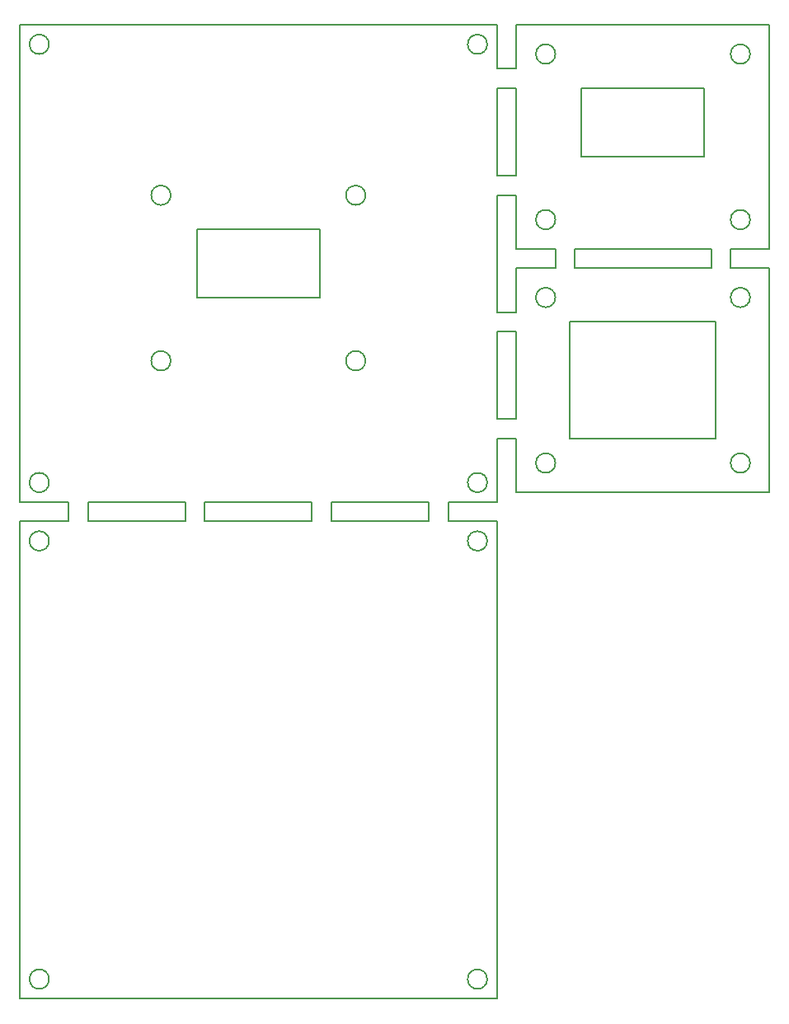
<source format=gm1>
G04 #@! TF.FileFunction,Profile,NP*
%FSLAX46Y46*%
G04 Gerber Fmt 4.6, Leading zero omitted, Abs format (unit mm)*
G04 Created by KiCad (PCBNEW 4.0.7-e2-6376~58~ubuntu17.04.1) date Sat May  5 16:48:04 2018*
%MOMM*%
%LPD*%
G01*
G04 APERTURE LIST*
%ADD10C,0.100000*%
%ADD11C,0.200000*%
%ADD12C,0.150000*%
G04 APERTURE END LIST*
D10*
D11*
X157000000Y-78000000D02*
X172000000Y-78000000D01*
X157000000Y-90000000D02*
X157000000Y-78000000D01*
X172000000Y-90000000D02*
X157000000Y-90000000D01*
X172000000Y-78000000D02*
X172000000Y-90000000D01*
X151500000Y-72500000D02*
X155500000Y-72500000D01*
D12*
X155500000Y-75500000D02*
G75*
G03X155500000Y-75500000I-1000000J0D01*
G01*
D11*
X157500000Y-72500000D02*
X171500000Y-72500000D01*
X177500000Y-72500000D02*
X177500000Y-95500000D01*
D12*
X175500000Y-92500000D02*
G75*
G03X175500000Y-92500000I-1000000J0D01*
G01*
D11*
X173500000Y-72500000D02*
X177500000Y-72500000D01*
D12*
X175500000Y-75500000D02*
G75*
G03X175500000Y-75500000I-1000000J0D01*
G01*
D11*
X151500000Y-77000000D02*
X151500000Y-72500000D01*
X151500000Y-79000000D02*
X151500000Y-88000000D01*
X177500000Y-95500000D02*
X151500000Y-95500000D01*
D12*
X155500000Y-92500000D02*
G75*
G03X155500000Y-92500000I-1000000J0D01*
G01*
D11*
X151500000Y-90000000D02*
X151500000Y-95500000D01*
X151500000Y-88000000D02*
X149500000Y-88000000D01*
X151500000Y-77000000D02*
X149500000Y-77000000D01*
X157500000Y-70500000D02*
X157500000Y-72500000D01*
X173500000Y-72500000D02*
X173500000Y-70500000D01*
X131300000Y-75500000D02*
X118700000Y-75500000D01*
X118700000Y-75500000D02*
X118700000Y-68500000D01*
X118700000Y-68500000D02*
X131300000Y-68500000D01*
X131300000Y-68500000D02*
X131300000Y-75500000D01*
X100500000Y-140500000D02*
X100500000Y-147500000D01*
X100500000Y-128500000D02*
X100500000Y-140500000D01*
X100500000Y-115500000D02*
X100500000Y-128500000D01*
X100500000Y-103500000D02*
X100500000Y-115500000D01*
X105500000Y-96500000D02*
X100500000Y-96500000D01*
X117500000Y-96500000D02*
X107500000Y-96500000D01*
X130500000Y-96500000D02*
X119500000Y-96500000D01*
X142500000Y-96500000D02*
X132500000Y-96500000D01*
X119500000Y-96500000D02*
X119500000Y-98500000D01*
X117500000Y-98500000D02*
X117500000Y-96500000D01*
X130500000Y-96500000D02*
X130500000Y-98500000D01*
X132500000Y-98500000D02*
X132500000Y-96500000D01*
X142500000Y-96500000D02*
X142500000Y-98500000D01*
X144500000Y-96500000D02*
X144500000Y-98500000D01*
X107500000Y-96500000D02*
X107500000Y-98500000D01*
X105500000Y-96500000D02*
X105500000Y-98500000D01*
X132500000Y-98500000D02*
X142500000Y-98500000D01*
X116000000Y-98500000D02*
X117500000Y-98500000D01*
X105000000Y-98500000D02*
X105500000Y-98500000D01*
D12*
X100500000Y-147500000D02*
X149500000Y-147500000D01*
X103500000Y-100500000D02*
G75*
G03X103500000Y-100500000I-1000000J0D01*
G01*
X103500000Y-145500000D02*
G75*
G03X103500000Y-145500000I-1000000J0D01*
G01*
X148500000Y-145500000D02*
G75*
G03X148500000Y-145500000I-1000000J0D01*
G01*
X100500000Y-98500000D02*
X100500000Y-103500000D01*
X149500000Y-147500000D02*
X149500000Y-98500000D01*
D11*
X100500000Y-98500000D02*
X105000000Y-98500000D01*
X107500000Y-98500000D02*
X116000000Y-98500000D01*
D12*
X130500000Y-98500000D02*
X119500000Y-98500000D01*
D11*
X144500000Y-98500000D02*
X149500000Y-98500000D01*
D12*
X148500000Y-100500000D02*
G75*
G03X148500000Y-100500000I-1000000J0D01*
G01*
D11*
X149500000Y-90000000D02*
X149500000Y-96500000D01*
X149500000Y-79000000D02*
X149500000Y-88000000D01*
X177500000Y-70500000D02*
X173500000Y-70500000D01*
X157500000Y-70500000D02*
X171500000Y-70500000D01*
X171500000Y-70500000D02*
X171500000Y-72500000D01*
X155500000Y-72500000D02*
X155500000Y-70500000D01*
X149500000Y-90000000D02*
X151500000Y-90000000D01*
X149500000Y-79000000D02*
X151500000Y-79000000D01*
X151500000Y-65000000D02*
X151500000Y-70500000D01*
X151500000Y-54000000D02*
X151500000Y-63000000D01*
X149500000Y-54000000D02*
X149500000Y-63000000D01*
X149500000Y-47500000D02*
X149500000Y-52000000D01*
X151500000Y-63000000D02*
X149500000Y-63000000D01*
X151500000Y-65000000D02*
X149500000Y-65000000D01*
X149500000Y-54000000D02*
X151500000Y-54000000D01*
X149500000Y-52000000D02*
X151500000Y-52000000D01*
D12*
X175500000Y-50500000D02*
G75*
G03X175500000Y-50500000I-1000000J0D01*
G01*
X175500000Y-67500000D02*
G75*
G03X175500000Y-67500000I-1000000J0D01*
G01*
X155500000Y-50500000D02*
G75*
G03X155500000Y-50500000I-1000000J0D01*
G01*
X155500000Y-67500000D02*
G75*
G03X155500000Y-67500000I-1000000J0D01*
G01*
D11*
X170800000Y-54000000D02*
X170800000Y-61000000D01*
X158200000Y-54000000D02*
X170800000Y-54000000D01*
X158200000Y-61000000D02*
X158200000Y-54000000D01*
X170800000Y-61000000D02*
X158200000Y-61000000D01*
X151500000Y-52000000D02*
X151500000Y-47500000D01*
X177500000Y-47500000D02*
X177500000Y-70500000D01*
X155500000Y-70500000D02*
X151500000Y-70500000D01*
X151500000Y-47500000D02*
X177500000Y-47500000D01*
D12*
X103500000Y-94500000D02*
G75*
G03X103500000Y-94500000I-1000000J0D01*
G01*
X148500000Y-94500000D02*
G75*
G03X148500000Y-94500000I-1000000J0D01*
G01*
X148500000Y-49500000D02*
G75*
G03X148500000Y-49500000I-1000000J0D01*
G01*
X103500000Y-49500000D02*
G75*
G03X103500000Y-49500000I-1000000J0D01*
G01*
X136000000Y-65000000D02*
G75*
G03X136000000Y-65000000I-1000000J0D01*
G01*
X136000000Y-82000000D02*
G75*
G03X136000000Y-82000000I-1000000J0D01*
G01*
X116000000Y-82000000D02*
G75*
G03X116000000Y-82000000I-1000000J0D01*
G01*
X116000000Y-65000000D02*
G75*
G03X116000000Y-65000000I-1000000J0D01*
G01*
X100500000Y-47500000D02*
X100500000Y-96500000D01*
X149500000Y-47500000D02*
X100500000Y-47500000D01*
X149500000Y-77000000D02*
X149500000Y-65000000D01*
X144500000Y-96500000D02*
X149500000Y-96500000D01*
M02*

</source>
